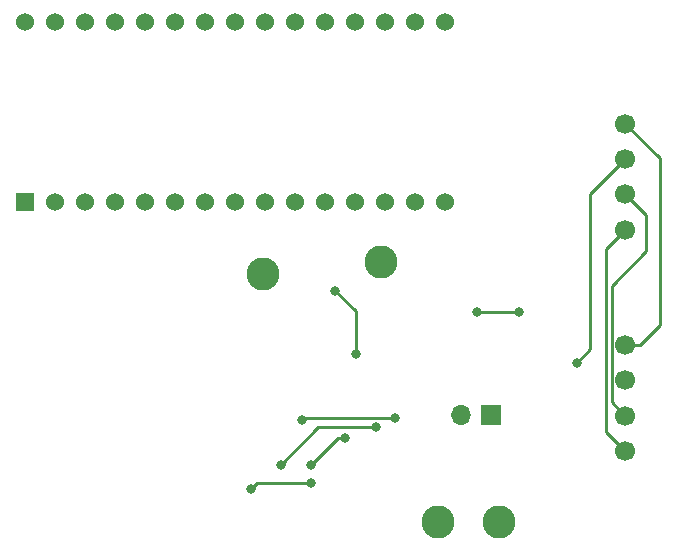
<source format=gbr>
%TF.GenerationSoftware,KiCad,Pcbnew,(5.1.6)-1*%
%TF.CreationDate,2020-08-14T18:03:55-05:00*%
%TF.ProjectId,CAN sniffer,43414e20-736e-4696-9666-65722e6b6963,rev?*%
%TF.SameCoordinates,Original*%
%TF.FileFunction,Copper,L2,Bot*%
%TF.FilePolarity,Positive*%
%FSLAX46Y46*%
G04 Gerber Fmt 4.6, Leading zero omitted, Abs format (unit mm)*
G04 Created by KiCad (PCBNEW (5.1.6)-1) date 2020-08-14 18:03:55*
%MOMM*%
%LPD*%
G01*
G04 APERTURE LIST*
%TA.AperFunction,ComponentPad*%
%ADD10C,2.800000*%
%TD*%
%TA.AperFunction,ComponentPad*%
%ADD11C,1.700000*%
%TD*%
%TA.AperFunction,ComponentPad*%
%ADD12C,1.524000*%
%TD*%
%TA.AperFunction,ComponentPad*%
%ADD13R,1.524000X1.524000*%
%TD*%
%TA.AperFunction,ComponentPad*%
%ADD14O,1.700000X1.700000*%
%TD*%
%TA.AperFunction,ComponentPad*%
%ADD15R,1.700000X1.700000*%
%TD*%
%TA.AperFunction,ViaPad*%
%ADD16C,0.800000*%
%TD*%
%TA.AperFunction,Conductor*%
%ADD17C,0.250000*%
%TD*%
G04 APERTURE END LIST*
D10*
%TO.P,TP1,1*%
%TO.N,/CAN_Tx*%
X135724900Y-87376000D03*
%TD*%
%TO.P,TP4,1*%
%TO.N,/CAN_L*%
X150507700Y-108343700D03*
%TD*%
%TO.P,TP3,1*%
%TO.N,/CAN_H*%
X155689300Y-108407200D03*
%TD*%
%TO.P,TP2,1*%
%TO.N,/CAN_Rx*%
X145707100Y-86385400D03*
%TD*%
D11*
%TO.P,J2,3*%
%TO.N,/CAN_H*%
X166395400Y-99395800D03*
%TO.P,J2,2*%
%TO.N,Net-(C6-Pad2)*%
X166395400Y-96395800D03*
%TO.P,J2,1*%
%TO.N,Net-(C6-Pad1)*%
X166395400Y-93395800D03*
%TO.P,J2,4*%
%TO.N,/CAN_L*%
X166395400Y-102395800D03*
%TD*%
D12*
%TO.P,U1,30*%
%TO.N,Net-(U1-Pad30)*%
X115570000Y-66040000D03*
%TO.P,U1,29*%
%TO.N,GND*%
X118110000Y-66040000D03*
%TO.P,U1,28*%
%TO.N,Net-(U1-Pad28)*%
X120650000Y-66040000D03*
%TO.P,U1,27*%
%TO.N,+5V*%
X123190000Y-66040000D03*
%TO.P,U1,26*%
%TO.N,Net-(U1-Pad26)*%
X125730000Y-66040000D03*
%TO.P,U1,25*%
%TO.N,Net-(U1-Pad25)*%
X128270000Y-66040000D03*
%TO.P,U1,24*%
%TO.N,Net-(U1-Pad24)*%
X130810000Y-66040000D03*
%TO.P,U1,23*%
%TO.N,Net-(U1-Pad23)*%
X133350000Y-66040000D03*
%TO.P,U1,22*%
%TO.N,Net-(U1-Pad22)*%
X135890000Y-66040000D03*
%TO.P,U1,21*%
%TO.N,Net-(U1-Pad21)*%
X138430000Y-66040000D03*
%TO.P,U1,20*%
%TO.N,Net-(U1-Pad20)*%
X140970000Y-66040000D03*
%TO.P,U1,19*%
%TO.N,Net-(U1-Pad19)*%
X143510000Y-66040000D03*
%TO.P,U1,18*%
%TO.N,Net-(U1-Pad18)*%
X146050000Y-66040000D03*
%TO.P,U1,17*%
%TO.N,+3V3*%
X148590000Y-66040000D03*
%TO.P,U1,16*%
%TO.N,Net-(U1-Pad16)*%
X151130000Y-66040000D03*
%TO.P,U1,15*%
%TO.N,Net-(U1-Pad15)*%
X151130000Y-81280000D03*
%TO.P,U1,14*%
%TO.N,Net-(U1-Pad14)*%
X148590000Y-81280000D03*
%TO.P,U1,13*%
%TO.N,/CAN_Rx*%
X146050000Y-81280000D03*
%TO.P,U1,12*%
%TO.N,Net-(U1-Pad12)*%
X143510000Y-81280000D03*
%TO.P,U1,11*%
%TO.N,Net-(U1-Pad11)*%
X140970000Y-81280000D03*
%TO.P,U1,10*%
%TO.N,Net-(U1-Pad10)*%
X138430000Y-81280000D03*
%TO.P,U1,9*%
%TO.N,Net-(U1-Pad9)*%
X135890000Y-81280000D03*
%TO.P,U1,8*%
%TO.N,Net-(U1-Pad8)*%
X133350000Y-81280000D03*
%TO.P,U1,7*%
%TO.N,Net-(U1-Pad7)*%
X130810000Y-81280000D03*
%TO.P,U1,6*%
%TO.N,Net-(U1-Pad6)*%
X128270000Y-81280000D03*
%TO.P,U1,5*%
%TO.N,/CAN_Tx*%
X125730000Y-81280000D03*
%TO.P,U1,4*%
%TO.N,GND*%
X123190000Y-81280000D03*
%TO.P,U1,3*%
%TO.N,Net-(U1-Pad3)*%
X120650000Y-81280000D03*
%TO.P,U1,2*%
%TO.N,Net-(U1-Pad2)*%
X118110000Y-81280000D03*
D13*
%TO.P,U1,1*%
%TO.N,Net-(U1-Pad1)*%
X115570000Y-81280000D03*
%TD*%
D14*
%TO.P,JP1,2*%
%TO.N,Net-(JP1-Pad2)*%
X152501600Y-99352100D03*
D15*
%TO.P,JP1,1*%
%TO.N,Net-(JP1-Pad1)*%
X155041600Y-99352100D03*
%TD*%
D11*
%TO.P,J1,3*%
%TO.N,/CAN_H*%
X166395400Y-80650600D03*
%TO.P,J1,2*%
%TO.N,Net-(C6-Pad2)*%
X166395400Y-77650600D03*
%TO.P,J1,1*%
%TO.N,Net-(C6-Pad1)*%
X166395400Y-74650600D03*
%TO.P,J1,4*%
%TO.N,/CAN_L*%
X166395400Y-83650600D03*
%TD*%
D16*
%TO.N,GND*%
X153835100Y-90584500D03*
X157416500Y-90612200D03*
%TO.N,+5V*%
X141846300Y-88798400D03*
X143573500Y-94118700D03*
%TO.N,Net-(C6-Pad2)*%
X142621000Y-101242100D03*
X139763500Y-103518700D03*
X139750800Y-105079800D03*
X134683500Y-105587800D03*
X162252900Y-94955600D03*
%TO.N,/CAN_H*%
X146850100Y-99606100D03*
X139026900Y-99733100D03*
%TO.N,/CAN_L*%
X145237200Y-100355400D03*
X137223500Y-103518700D03*
%TD*%
D17*
%TO.N,GND*%
X153835100Y-90584500D02*
X157388800Y-90584500D01*
X157388800Y-90584500D02*
X157416500Y-90612200D01*
%TO.N,+5V*%
X141846300Y-88798400D02*
X143573500Y-90525600D01*
X143573500Y-90525600D02*
X143573500Y-94118700D01*
%TO.N,Net-(C6-Pad2)*%
X142621000Y-101242100D02*
X142040100Y-101242100D01*
X142040100Y-101242100D02*
X139763500Y-103518700D01*
X136398000Y-105079800D02*
X135191500Y-105079800D01*
X139750800Y-105079800D02*
X136398000Y-105079800D01*
X135191500Y-105079800D02*
X134683500Y-105587800D01*
X136398000Y-105079800D02*
X136244600Y-105079800D01*
X166395400Y-77650600D02*
X163436300Y-80609700D01*
X163436300Y-93772200D02*
X162252900Y-94955600D01*
X163436300Y-80609700D02*
X163436300Y-93772200D01*
%TO.N,Net-(C6-Pad1)*%
X169315401Y-77570601D02*
X166395400Y-74650600D01*
X169315401Y-91677880D02*
X169315401Y-77570601D01*
X167597481Y-93395800D02*
X169315401Y-91677880D01*
X166395400Y-93395800D02*
X167597481Y-93395800D01*
%TO.N,/CAN_H*%
X146850100Y-99606100D02*
X139153900Y-99606100D01*
X139153900Y-99606100D02*
X139026900Y-99733100D01*
X166395400Y-80650600D02*
X168160700Y-82415900D01*
X165220399Y-98220799D02*
X166395400Y-99395800D01*
X165220399Y-88364799D02*
X165220399Y-98220799D01*
X168160700Y-85424498D02*
X165220399Y-88364799D01*
X168160700Y-82415900D02*
X168160700Y-85424498D01*
%TO.N,/CAN_L*%
X145237200Y-100355400D02*
X140386800Y-100355400D01*
X140386800Y-100355400D02*
X137223500Y-103518700D01*
X164770389Y-100770789D02*
X166395400Y-102395800D01*
X164770389Y-85275611D02*
X164770389Y-100770789D01*
X166395400Y-83650600D02*
X164770389Y-85275611D01*
%TD*%
M02*

</source>
